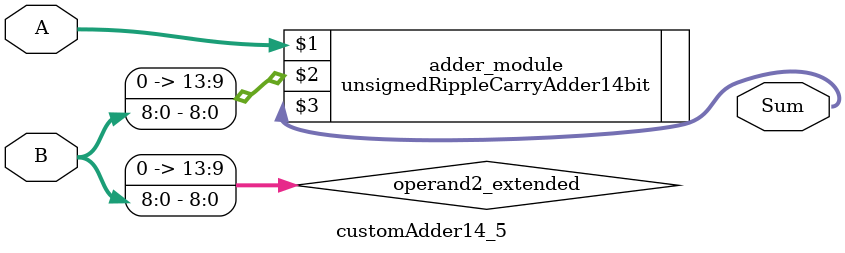
<source format=v>

module customAdder14_5(
                    input [13 : 0] A,
                    input [8 : 0] B,
                    
                    output [14 : 0] Sum
            );

    wire [13 : 0] operand2_extended;
    
    assign operand2_extended =  {5'b0, B};
    
    unsignedRippleCarryAdder14bit adder_module(
        A,
        operand2_extended,
        Sum
    );
    
endmodule
        
</source>
